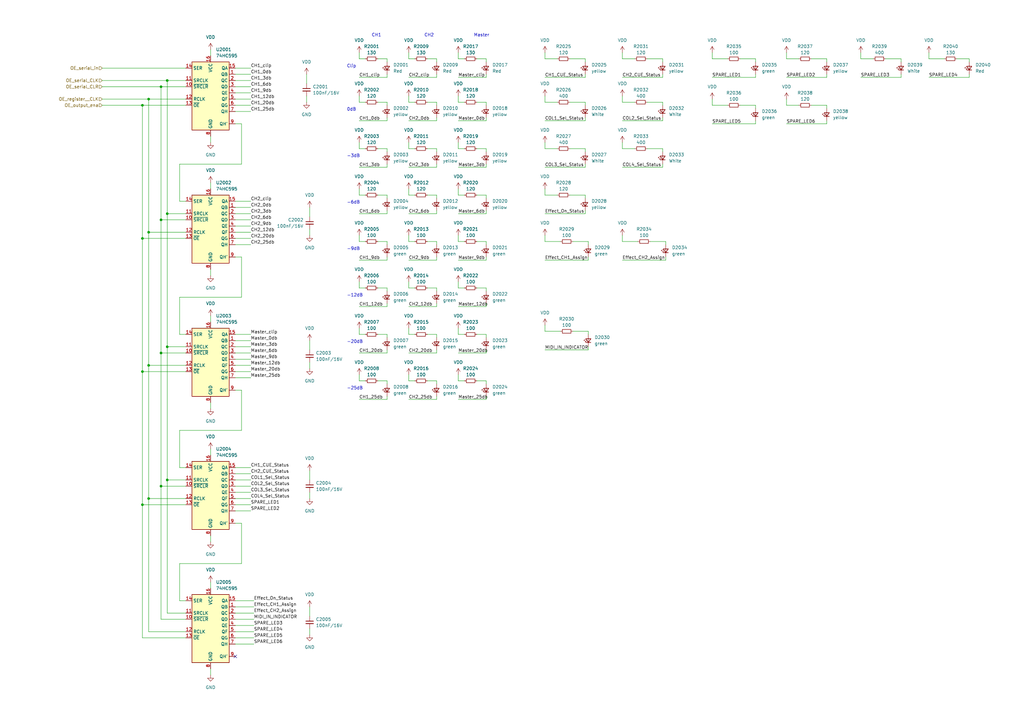
<source format=kicad_sch>
(kicad_sch (version 20230121) (generator eeschema)
  (paper "A3")
  (junction (at 66.04 90.17))
  (junction (at 58.42 43.18))
  (junction (at 68.58 196.85))
  (junction (at 68.58 142.24))
  (junction (at 60.96 149.86))
  (junction (at 58.42 97.79))
  (junction (at 60.96 204.47))
  (junction (at 66.04 35.56))
  (junction (at 68.58 33.02))
  (junction (at 68.58 87.63))
  (junction (at 60.96 40.64))
  (junction (at 60.96 95.25))
  (junction (at 66.04 144.78))
  (junction (at 66.04 199.39))
  (junction (at 58.42 207.01))
  (junction (at 58.42 152.4))
  (no_connect (at 96.52 269.24))
  (wire (pts (xy 96.52 149.86) (xy 102.87 149.86)))
  (wire (pts (xy 76.2 251.46) (xy 68.58 251.46)))
  (wire (pts (xy 309.88 43.18) (xy 303.53 43.18)))
  (wire (pts (xy 179.07 24.13) (xy 175.26 24.13)))
  (wire (pts (xy 292.1 40.64) (xy 292.1 43.18)))
  (wire (pts (xy 96.52 144.78) (xy 102.87 144.78)))
  (wire (pts (xy 96.52 209.55) (xy 102.87 209.55)))
  (wire (pts (xy 96.52 92.71) (xy 102.87 92.71)))
  (wire (pts (xy 187.96 106.68) (xy 199.39 106.68)))
  (wire (pts (xy 179.07 67.31) (xy 179.07 68.58)))
  (wire (pts (xy 96.52 194.31) (xy 102.87 194.31)))
  (wire (pts (xy 158.75 138.43) (xy 158.75 137.16)))
  (wire (pts (xy 223.52 60.96) (xy 228.6 60.96)))
  (wire (pts (xy 96.52 33.02) (xy 102.87 33.02)))
  (wire (pts (xy 68.58 87.63) (xy 68.58 33.02)))
  (wire (pts (xy 199.39 118.11) (xy 195.58 118.11)))
  (wire (pts (xy 240.03 60.96) (xy 233.68 60.96)))
  (wire (pts (xy 240.03 80.01) (xy 240.03 81.28)))
  (wire (pts (xy 170.18 99.06) (xy 167.64 99.06)))
  (wire (pts (xy 397.51 25.4) (xy 397.51 24.13)))
  (wire (pts (xy 86.36 20.32) (xy 86.36 22.86)))
  (wire (pts (xy 199.39 80.01) (xy 195.58 80.01)))
  (wire (pts (xy 199.39 62.23) (xy 199.39 60.96)))
  (wire (pts (xy 41.91 33.02) (xy 68.58 33.02)))
  (wire (pts (xy 170.18 156.21) (xy 167.64 156.21)))
  (wire (pts (xy 187.96 77.47) (xy 187.96 80.01)))
  (wire (pts (xy 76.2 90.17) (xy 66.04 90.17)))
  (wire (pts (xy 158.75 81.28) (xy 158.75 80.01)))
  (wire (pts (xy 199.39 24.13) (xy 195.58 24.13)))
  (wire (pts (xy 158.75 157.48) (xy 158.75 156.21)))
  (wire (pts (xy 223.52 68.58) (xy 240.03 68.58)))
  (wire (pts (xy 223.52 49.53) (xy 240.03 49.53)))
  (wire (pts (xy 66.04 90.17) (xy 66.04 35.56)))
  (wire (pts (xy 179.07 99.06) (xy 175.26 99.06)))
  (wire (pts (xy 147.32 49.53) (xy 158.75 49.53)))
  (wire (pts (xy 187.96 31.75) (xy 199.39 31.75)))
  (wire (pts (xy 240.03 48.26) (xy 240.03 49.53)))
  (wire (pts (xy 96.52 97.79) (xy 102.87 97.79)))
  (wire (pts (xy 76.2 204.47) (xy 60.96 204.47)))
  (wire (pts (xy 158.75 143.51) (xy 158.75 144.78)))
  (wire (pts (xy 99.06 231.14) (xy 73.66 231.14)))
  (wire (pts (xy 58.42 207.01) (xy 58.42 152.4)))
  (wire (pts (xy 187.96 68.58) (xy 199.39 68.58)))
  (wire (pts (xy 73.66 137.16) (xy 76.2 137.16)))
  (wire (pts (xy 339.09 43.18) (xy 332.74 43.18)))
  (wire (pts (xy 167.64 58.42) (xy 167.64 60.96)))
  (wire (pts (xy 223.52 24.13) (xy 228.6 24.13)))
  (wire (pts (xy 147.32 68.58) (xy 158.75 68.58)))
  (wire (pts (xy 167.64 144.78) (xy 179.07 144.78)))
  (wire (pts (xy 179.07 105.41) (xy 179.07 106.68)))
  (wire (pts (xy 158.75 62.23) (xy 158.75 60.96)))
  (wire (pts (xy 298.45 24.13) (xy 292.1 24.13)))
  (wire (pts (xy 199.39 137.16) (xy 195.58 137.16)))
  (wire (pts (xy 167.64 49.53) (xy 179.07 49.53)))
  (wire (pts (xy 158.75 162.56) (xy 158.75 163.83)))
  (wire (pts (xy 167.64 115.57) (xy 167.64 118.11)))
  (wire (pts (xy 309.88 30.48) (xy 309.88 31.75)))
  (wire (pts (xy 322.58 50.8) (xy 339.09 50.8)))
  (wire (pts (xy 99.06 50.8) (xy 99.06 67.31)))
  (wire (pts (xy 271.78 24.13) (xy 271.78 25.4)))
  (wire (pts (xy 322.58 24.13) (xy 327.66 24.13)))
  (wire (pts (xy 167.64 153.67) (xy 167.64 156.21)))
  (wire (pts (xy 309.88 49.53) (xy 309.88 50.8)))
  (wire (pts (xy 223.52 80.01) (xy 228.6 80.01)))
  (wire (pts (xy 41.91 35.56) (xy 66.04 35.56)))
  (wire (pts (xy 158.75 119.38) (xy 158.75 118.11)))
  (wire (pts (xy 96.52 160.02) (xy 99.06 160.02)))
  (wire (pts (xy 158.75 43.18) (xy 158.75 41.91)))
  (wire (pts (xy 199.39 99.06) (xy 195.58 99.06)))
  (wire (pts (xy 76.2 97.79) (xy 58.42 97.79)))
  (wire (pts (xy 353.06 24.13) (xy 358.14 24.13)))
  (wire (pts (xy 147.32 134.62) (xy 147.32 137.16)))
  (wire (pts (xy 199.39 80.01) (xy 199.39 81.28)))
  (wire (pts (xy 240.03 67.31) (xy 240.03 68.58)))
  (wire (pts (xy 199.39 41.91) (xy 199.39 43.18)))
  (wire (pts (xy 199.39 143.51) (xy 199.39 144.78)))
  (wire (pts (xy 147.32 153.67) (xy 147.32 156.21)))
  (wire (pts (xy 240.03 24.13) (xy 233.68 24.13)))
  (wire (pts (xy 187.96 39.37) (xy 187.96 41.91)))
  (wire (pts (xy 96.52 45.72) (xy 102.87 45.72)))
  (wire (pts (xy 86.36 222.25) (xy 86.36 219.71)))
  (wire (pts (xy 158.75 156.21) (xy 154.94 156.21)))
  (wire (pts (xy 223.52 133.35) (xy 223.52 135.89)))
  (wire (pts (xy 167.64 163.83) (xy 179.07 163.83)))
  (wire (pts (xy 199.39 162.56) (xy 199.39 163.83)))
  (wire (pts (xy 99.06 214.63) (xy 99.06 231.14)))
  (wire (pts (xy 158.75 60.96) (xy 154.94 60.96)))
  (wire (pts (xy 76.2 149.86) (xy 60.96 149.86)))
  (wire (pts (xy 179.07 143.51) (xy 179.07 144.78)))
  (wire (pts (xy 190.5 118.11) (xy 187.96 118.11)))
  (wire (pts (xy 167.64 87.63) (xy 179.07 87.63)))
  (wire (pts (xy 127 151.13) (xy 127 148.59)))
  (wire (pts (xy 41.91 40.64) (xy 60.96 40.64)))
  (wire (pts (xy 187.96 58.42) (xy 187.96 60.96)))
  (wire (pts (xy 223.52 21.59) (xy 223.52 24.13)))
  (wire (pts (xy 86.36 113.03) (xy 86.36 110.49)))
  (wire (pts (xy 167.64 21.59) (xy 167.64 24.13)))
  (wire (pts (xy 58.42 152.4) (xy 58.42 97.79)))
  (wire (pts (xy 96.52 256.54) (xy 104.14 256.54)))
  (wire (pts (xy 96.52 259.08) (xy 104.14 259.08)))
  (wire (pts (xy 353.06 31.75) (xy 369.57 31.75)))
  (wire (pts (xy 96.52 90.17) (xy 102.87 90.17)))
  (wire (pts (xy 96.52 154.94) (xy 102.87 154.94)))
  (wire (pts (xy 387.35 24.13) (xy 381 24.13)))
  (wire (pts (xy 255.27 106.68) (xy 273.05 106.68)))
  (wire (pts (xy 86.36 74.93) (xy 86.36 77.47)))
  (wire (pts (xy 261.62 99.06) (xy 255.27 99.06)))
  (wire (pts (xy 255.27 96.52) (xy 255.27 99.06)))
  (wire (pts (xy 190.5 60.96) (xy 187.96 60.96)))
  (wire (pts (xy 199.39 156.21) (xy 195.58 156.21)))
  (wire (pts (xy 76.2 254) (xy 66.04 254)))
  (wire (pts (xy 99.06 176.53) (xy 73.66 176.53)))
  (wire (pts (xy 158.75 25.4) (xy 158.75 24.13)))
  (wire (pts (xy 125.73 30.48) (xy 125.73 34.29)))
  (wire (pts (xy 190.5 80.01) (xy 187.96 80.01)))
  (wire (pts (xy 255.27 39.37) (xy 255.27 41.91)))
  (wire (pts (xy 127 139.7) (xy 127 143.51)))
  (wire (pts (xy 158.75 48.26) (xy 158.75 49.53)))
  (wire (pts (xy 96.52 30.48) (xy 102.87 30.48)))
  (wire (pts (xy 199.39 25.4) (xy 199.39 24.13)))
  (wire (pts (xy 223.52 106.68) (xy 241.3 106.68)))
  (wire (pts (xy 271.78 48.26) (xy 271.78 49.53)))
  (wire (pts (xy 199.39 157.48) (xy 199.39 156.21)))
  (wire (pts (xy 96.52 100.33) (xy 102.87 100.33)))
  (wire (pts (xy 255.27 41.91) (xy 260.35 41.91)))
  (wire (pts (xy 271.78 24.13) (xy 265.43 24.13)))
  (wire (pts (xy 73.66 82.55) (xy 76.2 82.55)))
  (wire (pts (xy 147.32 115.57) (xy 147.32 118.11)))
  (wire (pts (xy 96.52 261.62) (xy 104.14 261.62)))
  (wire (pts (xy 369.57 30.48) (xy 369.57 31.75)))
  (wire (pts (xy 179.07 41.91) (xy 179.07 43.18)))
  (wire (pts (xy 170.18 80.01) (xy 167.64 80.01)))
  (wire (pts (xy 127 96.52) (xy 127 93.98)))
  (wire (pts (xy 179.07 30.48) (xy 179.07 31.75)))
  (wire (pts (xy 167.64 125.73) (xy 179.07 125.73)))
  (wire (pts (xy 170.18 60.96) (xy 167.64 60.96)))
  (wire (pts (xy 199.39 124.46) (xy 199.39 125.73)))
  (wire (pts (xy 66.04 35.56) (xy 76.2 35.56)))
  (wire (pts (xy 240.03 41.91) (xy 233.68 41.91)))
  (wire (pts (xy 381 21.59) (xy 381 24.13)))
  (wire (pts (xy 187.96 87.63) (xy 199.39 87.63)))
  (wire (pts (xy 76.2 259.08) (xy 60.96 259.08)))
  (wire (pts (xy 273.05 99.06) (xy 266.7 99.06)))
  (wire (pts (xy 147.32 58.42) (xy 147.32 60.96)))
  (wire (pts (xy 170.18 24.13) (xy 167.64 24.13)))
  (wire (pts (xy 58.42 43.18) (xy 76.2 43.18)))
  (wire (pts (xy 273.05 100.33) (xy 273.05 99.06)))
  (wire (pts (xy 147.32 31.75) (xy 158.75 31.75)))
  (wire (pts (xy 167.64 39.37) (xy 167.64 41.91)))
  (wire (pts (xy 292.1 50.8) (xy 309.88 50.8)))
  (wire (pts (xy 369.57 24.13) (xy 369.57 25.4)))
  (wire (pts (xy 255.27 24.13) (xy 260.35 24.13)))
  (wire (pts (xy 96.52 85.09) (xy 102.87 85.09)))
  (wire (pts (xy 60.96 204.47) (xy 60.96 149.86)))
  (wire (pts (xy 179.07 157.48) (xy 179.07 156.21)))
  (wire (pts (xy 223.52 143.51) (xy 241.3 143.51)))
  (wire (pts (xy 339.09 30.48) (xy 339.09 31.75)))
  (wire (pts (xy 167.64 96.52) (xy 167.64 99.06)))
  (wire (pts (xy 86.36 167.64) (xy 86.36 165.1)))
  (wire (pts (xy 158.75 118.11) (xy 154.94 118.11)))
  (wire (pts (xy 68.58 196.85) (xy 68.58 142.24)))
  (wire (pts (xy 199.39 30.48) (xy 199.39 31.75)))
  (wire (pts (xy 199.39 138.43) (xy 199.39 137.16)))
  (wire (pts (xy 147.32 163.83) (xy 158.75 163.83)))
  (wire (pts (xy 147.32 39.37) (xy 147.32 41.91)))
  (wire (pts (xy 179.07 86.36) (xy 179.07 87.63)))
  (wire (pts (xy 322.58 21.59) (xy 322.58 24.13)))
  (wire (pts (xy 149.86 24.13) (xy 147.32 24.13)))
  (wire (pts (xy 271.78 60.96) (xy 271.78 62.23)))
  (wire (pts (xy 309.88 44.45) (xy 309.88 43.18)))
  (wire (pts (xy 179.07 137.16) (xy 175.26 137.16)))
  (wire (pts (xy 41.91 43.18) (xy 58.42 43.18)))
  (wire (pts (xy 76.2 87.63) (xy 68.58 87.63)))
  (wire (pts (xy 339.09 43.18) (xy 339.09 44.45)))
  (wire (pts (xy 241.3 137.16) (xy 241.3 135.89)))
  (wire (pts (xy 96.52 248.92) (xy 104.14 248.92)))
  (wire (pts (xy 187.96 96.52) (xy 187.96 99.06)))
  (wire (pts (xy 271.78 30.48) (xy 271.78 31.75)))
  (wire (pts (xy 223.52 96.52) (xy 223.52 99.06)))
  (wire (pts (xy 167.64 134.62) (xy 167.64 137.16)))
  (wire (pts (xy 60.96 259.08) (xy 60.96 204.47)))
  (wire (pts (xy 66.04 254) (xy 66.04 199.39)))
  (wire (pts (xy 149.86 156.21) (xy 147.32 156.21)))
  (wire (pts (xy 158.75 105.41) (xy 158.75 106.68)))
  (wire (pts (xy 187.96 115.57) (xy 187.96 118.11)))
  (wire (pts (xy 99.06 105.41) (xy 99.06 121.92)))
  (wire (pts (xy 96.52 147.32) (xy 102.87 147.32)))
  (wire (pts (xy 158.75 80.01) (xy 154.94 80.01)))
  (wire (pts (xy 147.32 77.47) (xy 147.32 80.01)))
  (wire (pts (xy 322.58 31.75) (xy 339.09 31.75)))
  (wire (pts (xy 199.39 48.26) (xy 199.39 49.53)))
  (wire (pts (xy 241.3 142.24) (xy 241.3 143.51)))
  (wire (pts (xy 96.52 254) (xy 104.14 254)))
  (wire (pts (xy 271.78 67.31) (xy 271.78 68.58)))
  (wire (pts (xy 179.07 100.33) (xy 179.07 99.06)))
  (wire (pts (xy 96.52 139.7) (xy 102.87 139.7)))
  (wire (pts (xy 271.78 60.96) (xy 265.43 60.96)))
  (wire (pts (xy 96.52 87.63) (xy 102.87 87.63)))
  (wire (pts (xy 179.07 138.43) (xy 179.07 137.16)))
  (wire (pts (xy 240.03 60.96) (xy 240.03 62.23)))
  (wire (pts (xy 199.39 41.91) (xy 195.58 41.91)))
  (wire (pts (xy 195.58 60.96) (xy 199.39 60.96)))
  (wire (pts (xy 179.07 124.46) (xy 179.07 125.73)))
  (wire (pts (xy 147.32 87.63) (xy 158.75 87.63)))
  (wire (pts (xy 86.36 238.76) (xy 86.36 241.3)))
  (wire (pts (xy 187.96 144.78) (xy 199.39 144.78)))
  (wire (pts (xy 179.07 80.01) (xy 179.07 81.28)))
  (wire (pts (xy 158.75 41.91) (xy 154.94 41.91)))
  (wire (pts (xy 96.52 43.18) (xy 102.87 43.18)))
  (wire (pts (xy 187.96 49.53) (xy 199.39 49.53)))
  (wire (pts (xy 223.52 41.91) (xy 228.6 41.91)))
  (wire (pts (xy 179.07 60.96) (xy 175.26 60.96)))
  (wire (pts (xy 76.2 207.01) (xy 58.42 207.01)))
  (wire (pts (xy 179.07 41.91) (xy 175.26 41.91)))
  (wire (pts (xy 96.52 204.47) (xy 102.87 204.47)))
  (wire (pts (xy 255.27 58.42) (xy 255.27 60.96)))
  (wire (pts (xy 292.1 31.75) (xy 309.88 31.75)))
  (wire (pts (xy 241.3 99.06) (xy 234.95 99.06)))
  (wire (pts (xy 339.09 24.13) (xy 332.74 24.13)))
  (wire (pts (xy 187.96 153.67) (xy 187.96 156.21)))
  (wire (pts (xy 190.5 156.21) (xy 187.96 156.21)))
  (wire (pts (xy 147.32 144.78) (xy 158.75 144.78)))
  (wire (pts (xy 149.86 99.06) (xy 147.32 99.06)))
  (wire (pts (xy 158.75 86.36) (xy 158.75 87.63)))
  (wire (pts (xy 255.27 49.53) (xy 271.78 49.53)))
  (wire (pts (xy 273.05 105.41) (xy 273.05 106.68)))
  (wire (pts (xy 158.75 124.46) (xy 158.75 125.73)))
  (wire (pts (xy 309.88 25.4) (xy 309.88 24.13)))
  (wire (pts (xy 229.87 99.06) (xy 223.52 99.06)))
  (wire (pts (xy 199.39 100.33) (xy 199.39 99.06)))
  (wire (pts (xy 96.52 105.41) (xy 99.06 105.41)))
  (wire (pts (xy 96.52 264.16) (xy 104.14 264.16)))
  (wire (pts (xy 223.52 87.63) (xy 240.03 87.63)))
  (wire (pts (xy 397.51 24.13) (xy 392.43 24.13)))
  (wire (pts (xy 96.52 142.24) (xy 102.87 142.24)))
  (wire (pts (xy 190.5 41.91) (xy 187.96 41.91)))
  (wire (pts (xy 147.32 96.52) (xy 147.32 99.06)))
  (wire (pts (xy 41.91 27.94) (xy 76.2 27.94)))
  (wire (pts (xy 158.75 100.33) (xy 158.75 99.06)))
  (wire (pts (xy 255.27 60.96) (xy 260.35 60.96)))
  (wire (pts (xy 96.52 35.56) (xy 102.87 35.56)))
  (wire (pts (xy 187.96 134.62) (xy 187.96 137.16)))
  (wire (pts (xy 339.09 49.53) (xy 339.09 50.8)))
  (wire (pts (xy 76.2 144.78) (xy 66.04 144.78)))
  (wire (pts (xy 86.36 129.54) (xy 86.36 132.08)))
  (wire (pts (xy 240.03 41.91) (xy 240.03 43.18)))
  (wire (pts (xy 76.2 261.62) (xy 58.42 261.62)))
  (wire (pts (xy 96.52 196.85) (xy 102.87 196.85)))
  (wire (pts (xy 187.96 21.59) (xy 187.96 24.13)))
  (wire (pts (xy 158.75 137.16) (xy 154.94 137.16)))
  (wire (pts (xy 255.27 21.59) (xy 255.27 24.13)))
  (wire (pts (xy 66.04 144.78) (xy 66.04 90.17)))
  (wire (pts (xy 179.07 25.4) (xy 179.07 24.13)))
  (wire (pts (xy 60.96 40.64) (xy 76.2 40.64)))
  (wire (pts (xy 223.52 58.42) (xy 223.52 60.96)))
  (wire (pts (xy 158.75 30.48) (xy 158.75 31.75)))
  (wire (pts (xy 68.58 251.46) (xy 68.58 196.85)))
  (wire (pts (xy 179.07 119.38) (xy 179.07 118.11)))
  (wire (pts (xy 68.58 142.24) (xy 68.58 87.63)))
  (wire (pts (xy 68.58 33.02) (xy 76.2 33.02)))
  (wire (pts (xy 127 204.47) (xy 127 201.93)))
  (wire (pts (xy 240.03 80.01) (xy 233.68 80.01)))
  (wire (pts (xy 223.52 31.75) (xy 240.03 31.75)))
  (wire (pts (xy 147.32 21.59) (xy 147.32 24.13)))
  (wire (pts (xy 322.58 40.64) (xy 322.58 43.18)))
  (wire (pts (xy 99.06 160.02) (xy 99.06 176.53)))
  (wire (pts (xy 96.52 246.38) (xy 104.14 246.38)))
  (wire (pts (xy 96.52 95.25) (xy 102.87 95.25)))
  (wire (pts (xy 99.06 67.31) (xy 73.66 67.31)))
  (wire (pts (xy 190.5 24.13) (xy 187.96 24.13)))
  (wire (pts (xy 223.52 39.37) (xy 223.52 41.91)))
  (wire (pts (xy 127 260.35) (xy 127 257.81)))
  (wire (pts (xy 76.2 152.4) (xy 58.42 152.4)))
  (wire (pts (xy 309.88 24.13) (xy 303.53 24.13)))
  (wire (pts (xy 149.86 80.01) (xy 147.32 80.01)))
  (wire (pts (xy 99.06 121.92) (xy 73.66 121.92)))
  (wire (pts (xy 58.42 97.79) (xy 58.42 43.18)))
  (wire (pts (xy 170.18 118.11) (xy 167.64 118.11)))
  (wire (pts (xy 179.07 156.21) (xy 175.26 156.21)))
  (wire (pts (xy 353.06 21.59) (xy 353.06 24.13)))
  (wire (pts (xy 73.66 176.53) (xy 73.66 191.77)))
  (wire (pts (xy 147.32 106.68) (xy 158.75 106.68)))
  (wire (pts (xy 127 248.92) (xy 127 252.73)))
  (wire (pts (xy 179.07 118.11) (xy 175.26 118.11)))
  (wire (pts (xy 96.52 214.63) (xy 99.06 214.63)))
  (wire (pts (xy 241.3 100.33) (xy 241.3 99.06)))
  (wire (pts (xy 86.36 276.86) (xy 86.36 274.32)))
  (wire (pts (xy 229.87 135.89) (xy 223.52 135.89)))
  (wire (pts (xy 223.52 77.47) (xy 223.52 80.01)))
  (wire (pts (xy 76.2 196.85) (xy 68.58 196.85)))
  (wire (pts (xy 339.09 24.13) (xy 339.09 25.4)))
  (wire (pts (xy 175.26 80.01) (xy 179.07 80.01)))
  (wire (pts (xy 60.96 149.86) (xy 60.96 95.25)))
  (wire (pts (xy 125.73 41.91) (xy 125.73 39.37)))
  (wire (pts (xy 158.75 99.06) (xy 154.94 99.06)))
  (wire (pts (xy 96.52 251.46) (xy 104.14 251.46)))
  (wire (pts (xy 96.52 152.4) (xy 102.87 152.4)))
  (wire (pts (xy 149.86 137.16) (xy 147.32 137.16)))
  (wire (pts (xy 199.39 86.36) (xy 199.39 87.63)))
  (wire (pts (xy 96.52 201.93) (xy 102.87 201.93)))
  (wire (pts (xy 240.03 24.13) (xy 240.03 25.4)))
  (wire (pts (xy 322.58 43.18) (xy 327.66 43.18)))
  (wire (pts (xy 179.07 48.26) (xy 179.07 49.53)))
  (wire (pts (xy 179.07 162.56) (xy 179.07 163.83)))
  (wire (pts (xy 73.66 246.38) (xy 76.2 246.38)))
  (wire (pts (xy 149.86 60.96) (xy 147.32 60.96)))
  (wire (pts (xy 381 31.75) (xy 397.51 31.75)))
  (wire (pts (xy 167.64 31.75) (xy 179.07 31.75)))
  (wire (pts (xy 96.52 199.39) (xy 102.87 199.39)))
  (wire (pts (xy 170.18 137.16) (xy 167.64 137.16)))
  (wire (pts (xy 96.52 207.01) (xy 102.87 207.01)))
  (wire (pts (xy 179.07 62.23) (xy 179.07 60.96)))
  (wire (pts (xy 96.52 191.77) (xy 102.87 191.77)))
  (wire (pts (xy 240.03 30.48) (xy 240.03 31.75)))
  (wire (pts (xy 271.78 41.91) (xy 271.78 43.18)))
  (wire (pts (xy 86.36 58.42) (xy 86.36 55.88)))
  (wire (pts (xy 127 85.09) (xy 127 88.9)))
  (wire (pts (xy 96.52 137.16) (xy 102.87 137.16)))
  (wire (pts (xy 167.64 68.58) (xy 179.07 68.58)))
  (wire (pts (xy 190.5 137.16) (xy 187.96 137.16)))
  (wire (pts (xy 96.52 38.1) (xy 102.87 38.1)))
  (wire (pts (xy 86.36 184.15) (xy 86.36 186.69)))
  (wire (pts (xy 187.96 125.73) (xy 199.39 125.73)))
  (wire (pts (xy 255.27 68.58) (xy 271.78 68.58)))
  (wire (pts (xy 271.78 41.91) (xy 265.43 41.91)))
  (wire (pts (xy 187.96 163.83) (xy 199.39 163.83)))
  (wire (pts (xy 199.39 105.41) (xy 199.39 106.68)))
  (wire (pts (xy 369.57 24.13) (xy 363.22 24.13)))
  (wire (pts (xy 149.86 41.91) (xy 147.32 41.91)))
  (wire (pts (xy 60.96 95.25) (xy 60.96 40.64)))
  (wire (pts (xy 170.18 41.91) (xy 167.64 41.91)))
  (wire (pts (xy 76.2 142.24) (xy 68.58 142.24)))
  (wire (pts (xy 58.42 261.62) (xy 58.42 207.01)))
  (wire (pts (xy 241.3 135.89) (xy 234.95 135.89)))
  (wire (pts (xy 397.51 30.48) (xy 397.51 31.75)))
  (wire (pts (xy 167.64 77.47) (xy 167.64 80.01)))
  (wire (pts (xy 96.52 82.55) (xy 102.87 82.55)))
  (wire (pts (xy 76.2 95.25) (xy 60.96 95.25)))
  (wire (pts (xy 298.45 43.18) (xy 292.1 43.18)))
  (wire (pts (xy 199.39 119.38) (xy 199.39 118.11)))
  (wire (pts (xy 73.66 121.92) (xy 73.66 137.16)))
  (wire (pts (xy 292.1 21.59) (xy 292.1 24.13)))
  (wire (pts (xy 241.3 105.41) (xy 241.3 106.68)))
  (wire (pts (xy 96.52 50.8) (xy 99.06 50.8)))
  (wire (pts (xy 190.5 99.06) (xy 187.96 99.06)))
  (wire (pts (xy 73.66 67.31) (xy 73.66 82.55)))
  (wire (pts (xy 66.04 199.39) (xy 66.04 144.78)))
  (wire (pts (xy 147.32 125.73) (xy 158.75 125.73)))
  (wire (pts (xy 96.52 40.64) (xy 102.87 40.64)))
  (wire (pts (xy 76.2 199.39) (xy 66.04 199.39)))
  (wire (pts (xy 96.52 27.94) (xy 102.87 27.94)))
  (wire (pts (xy 127 193.04) (xy 127 196.85)))
  (wire (pts (xy 199.39 67.31) (xy 199.39 68.58)))
  (wire (pts (xy 158.75 67.31) (xy 158.75 68.58)))
  (wire (pts (xy 73.66 191.77) (xy 76.2 191.77)))
  (wire (pts (xy 240.03 86.36) (xy 240.03 87.63)))
  (wire (pts (xy 255.27 31.75) (xy 271.78 31.75)))
  (wire (pts (xy 167.64 106.68) (xy 179.07 106.68)))
  (wire (pts (xy 149.86 118.11) (xy 147.32 118.11)))
  (wire (pts (xy 158.75 24.13) (xy 154.94 24.13)))
  (wire (pts (xy 73.66 231.14) (xy 73.66 246.38)))
  (text "-12dB" (at 142.24 121.92 0) (effects (font (size 1.27 1.27)) (justify left bottom)))
  (text "-6dB" (at 142.24 83.82 0) (effects (font (size 1.27 1.27)) (justify left bottom)))
  (text "-9dB" (at 142.24 102.87 0) (effects (font (size 1.27 1.27)) (justify left bottom)))
  (text "Master" (at 194.31 15.24 0) (effects (font (size 1.27 1.27)) (justify left bottom)))
  (text "0dB" (at 142.24 45.72 0) (effects (font (size 1.27 1.27)) (justify left bottom)))
  (text "-20dB" (at 142.24 140.97 0) (effects (font (size 1.27 1.27)) (justify left bottom)))
  (text "-3dB" (at 142.24 64.77 0) (effects (font (size 1.27 1.27)) (justify left bottom)))
  (text "CH1" (at 152.4 15.24 0) (effects (font (size 1.27 1.27)) (justify left bottom)))
  (text "-25dB" (at 142.24 160.02 0) (effects (font (size 1.27 1.27)) (justify left bottom)))
  (text "Clip" (at 142.24 27.94 0) (effects (font (size 1.27 1.27)) (justify left bottom)))
  (text "CH2" (at 173.99 15.24 0) (effects (font (size 1.27 1.27)) (justify left bottom)))
  (label "Master_3db" (at 187.96 68.58 0))
  (label "Master_6db" (at 102.87 144.78 0))
  (label "MIDI_IN_INDICATOR" (at 223.52 143.51 0))
  (label "CH2_9db" (at 167.64 106.68 0))
  (label "COL1_Sel_Status" (at 223.52 49.53 0))
  (label "SPARE_LED4" (at 104.14 259.08 0))
  (label "CH1_6db" (at 102.87 35.56 0))
  (label "Effect_On_Status" (at 104.14 246.38 0))
  (label "COL1_Sel_Status" (at 102.87 196.85 0))
  (label "Effect_CH2_Assign" (at 255.27 106.68 0))
  (label "Effect_CH1_Assign" (at 104.14 248.92 0))
  (label "SPARE_LED1" (at 292.1 31.75 0))
  (label "COL4_Sel_Status" (at 102.87 204.47 0))
  (label "CH2_25db" (at 167.64 163.83 0))
  (label "Effect_On_Status" (at 223.52 87.63 0))
  (label "SPARE_LED2" (at 322.58 31.75 0))
  (label "SPARE_LED5" (at 292.1 50.8 0))
  (label "CH2_3db" (at 102.87 87.63 0))
  (label "CH1_0db" (at 102.87 30.48 0))
  (label "Master_25db" (at 102.87 154.94 0))
  (label "SPARE_LED5" (at 104.14 261.62 0))
  (label "CH2_0db" (at 167.64 49.53 0))
  (label "SPARE_LED6" (at 104.14 264.16 0))
  (label "Effect_CH2_Assign" (at 104.14 251.46 0))
  (label "CH1_CUE_Status" (at 223.52 31.75 0))
  (label "CH1_clip" (at 102.87 27.94 0))
  (label "CH1_25db" (at 102.87 45.72 0))
  (label "CH1_12db" (at 102.87 40.64 0))
  (label "CH2_20db" (at 167.64 144.78 0))
  (label "CH2_9db" (at 102.87 92.71 0))
  (label "CH2_6db" (at 102.87 90.17 0))
  (label "CH1_3db" (at 102.87 33.02 0))
  (label "Effect_CH1_Assign" (at 223.52 106.68 0))
  (label "CH2_CUE_Status" (at 255.27 31.75 0))
  (label "Master_clip" (at 102.87 137.16 0))
  (label "CH1_25db" (at 147.32 163.83 0))
  (label "CH1_9db" (at 102.87 38.1 0))
  (label "Master_9db" (at 187.96 106.68 0))
  (label "COL2_Sel_Status" (at 255.27 49.53 0))
  (label "CH2_clip" (at 102.87 82.55 0))
  (label "MIDI_IN_INDICATOR" (at 104.14 254 0))
  (label "CH1_clip" (at 147.32 31.75 0))
  (label "Master_3db" (at 102.87 142.24 0))
  (label "CH2_20db" (at 102.87 97.79 0))
  (label "Master_0db" (at 102.87 139.7 0))
  (label "Master_clip" (at 187.96 31.75 0))
  (label "SPARE_LED1" (at 102.87 207.01 0))
  (label "CH2_0db" (at 102.87 85.09 0))
  (label "SPARE_LED3" (at 353.06 31.75 0))
  (label "SPARE_LED2" (at 102.87 209.55 0))
  (label "Master_0db" (at 187.96 49.53 0))
  (label "CH2_clip" (at 167.64 31.75 0))
  (label "CH1_9db" (at 147.32 106.68 0))
  (label "Master_6db" (at 187.96 87.63 0))
  (label "Master_9db" (at 102.87 147.32 0))
  (label "CH1_3db" (at 147.32 68.58 0))
  (label "SPARE_LED3" (at 104.14 256.54 0))
  (label "Master_12db" (at 102.87 149.86 0))
  (label "CH2_12db" (at 167.64 125.73 0))
  (label "Master_12db" (at 187.96 125.73 0))
  (label "CH2_6db" (at 167.64 87.63 0))
  (label "CH1_0db" (at 147.32 49.53 0))
  (label "CH2_12db" (at 102.87 95.25 0))
  (label "COL3_Sel_Status" (at 223.52 68.58 0))
  (label "CH1_12db" (at 147.32 125.73 0))
  (label "Master_20db" (at 187.96 144.78 0))
  (label "CH2_CUE_Status" (at 102.87 194.31 0))
  (label "CH1_6db" (at 147.32 87.63 0))
  (label "Master_25db" (at 187.96 163.83 0))
  (label "COL2_Sel_Status" (at 102.87 199.39 0))
  (label "CH1_20db" (at 102.87 43.18 0))
  (label "COL3_Sel_Status" (at 102.87 201.93 0))
  (label "CH1_CUE_Status" (at 102.87 191.77 0))
  (label "SPARE_LED6" (at 322.58 50.8 0))
  (label "CH1_20db" (at 147.32 144.78 0))
  (label "SPARE_LED4" (at 381 31.75 0))
  (label "COL4_Sel_Status" (at 255.27 68.58 0))
  (label "CH2_3db" (at 167.64 68.58 0))
  (label "CH2_25db" (at 102.87 100.33 0))
  (label "Master_20db" (at 102.87 152.4 0))
  (hierarchical_label "OE_register__CLK" (shape input) (at 41.91 40.64 180))
  (hierarchical_label "OE_serial_CLR" (shape input) (at 41.91 35.56 180))
  (hierarchical_label "OE_serial_in" (shape input) (at 41.91 27.94 180))
  (hierarchical_label "OE_serial_CLK" (shape input) (at 41.91 33.02 180))
  (hierarchical_label "OE_output_ena" (shape input) (at 41.91 43.18 180))
  (symbol (lib_id "Device:R_Small") (at 300.99 43.18 270) (unit 1)
    (property "Reference" "R2036" (at 300.99 38.1 90))
    (property "Value" "100" (at 300.99 40.64 90))
  )
  (symbol (lib_id "power:VDD") (at 127 85.09 0) (unit 1)
    (property "Reference" "#PWR02013" (effects hide))
    (property "Value" "VDD" (at 127 80.01 0))
  )
  (symbol (lib_id "Device:C_Small") (at 127 199.39 0) (mirror y) (unit 1)
    (property "Reference" "C2004" (at 129.54 198.1263 0) (effects (justify right)))
    (property "Value" "100nF/16V" (at 129.54 200.6663 0) (effects (justify right)))
    (property "Footprint" "Capacitor_SMD:C_0805_2012Metric" (effects hide))
    (property "LCSC" "C218638" (effects hide))
  )
  (symbol (lib_id "Device:R_Small") (at 152.4 41.91 270) (unit 1)
    (property "Reference" "R2002" (at 152.4 36.83 90))
    (property "Value" "120" (at 152.4 39.37 90))
  )
  (symbol (lib_id "power:VDD") (at 147.32 96.52 0) (unit 1)
    (property "Reference" "#PWR02025" (effects hide))
    (property "Value" "VDD" (at 147.32 91.44 0))
  )
  (symbol (lib_id "Device:R_Small") (at 152.4 80.01 270) (unit 1)
    (property "Reference" "R2004" (at 152.4 74.93 90))
    (property "Value" "120" (at 152.4 77.47 90))
  )
  (symbol (lib_id "power:VDD") (at 223.52 39.37 0) (unit 1)
    (property "Reference" "#PWR02046" (effects hide))
    (property "Value" "VDD" (at 223.52 34.29 0))
  )
  (symbol (lib_id "Device:LED_Small") (at 271.78 64.77 90) (unit 1)
    (property "Reference" "D2033" (at 274.32 63.4365 90) (effects (justify right)))
    (property "Value" "White" (at 274.32 65.9765 90) (effects (justify right)))
  )
  (symbol (lib_id "power:VDD") (at 167.64 96.52 0) (unit 1)
    (property "Reference" "#PWR02033" (effects hide))
    (property "Value" "VDD" (at 167.64 91.44 0))
  )
  (symbol (lib_id "power:GND") (at 86.36 276.86 0) (unit 1)
    (property "Reference" "#PWR02010" (effects hide))
    (property "Value" "GND" (at 86.36 281.94 0))
  )
  (symbol (lib_id "Device:LED_Small") (at 369.57 27.94 90) (unit 1)
    (property "Reference" "D2039" (at 372.11 26.6065 90) (effects (justify right)))
    (property "Value" "White" (at 372.11 29.1465 90) (effects (justify right)))
  )
  (symbol (lib_id "Device:R_Small") (at 172.72 137.16 270) (unit 1)
    (property "Reference" "R2015" (at 172.72 132.08 90))
    (property "Value" "100" (at 172.72 134.62 90))
  )
  (symbol (lib_id "Device:LED_Small") (at 158.75 102.87 90) (unit 1)
    (property "Reference" "D2005" (at 161.29 101.5365 90) (effects (justify right)))
    (property "Value" "green" (at 161.29 104.0765 90) (effects (justify right)))
  )
  (symbol (lib_id "Device:R_Small") (at 172.72 118.11 270) (unit 1)
    (property "Reference" "R2014" (at 172.72 113.03 90))
    (property "Value" "100" (at 172.72 115.57 90))
  )
  (symbol (lib_id "power:VDD") (at 127 139.7 0) (mirror y) (unit 1)
    (property "Reference" "#PWR02015" (effects hide))
    (property "Value" "VDD" (at 127 134.62 0))
  )
  (symbol (lib_id "Device:LED_Small") (at 158.75 45.72 90) (unit 1)
    (property "Reference" "D2002" (at 161.29 44.3865 90) (effects (justify right)))
    (property "Value" "yellow" (at 161.29 46.9265 90) (effects (justify right)))
  )
  (symbol (lib_id "Device:C_Small") (at 127 91.44 0) (unit 1)
    (property "Reference" "C2002" (at 124.46 90.1763 0) (effects (justify right)))
    (property "Value" "100nF/16V" (at 124.46 92.7163 0) (effects (justify right)))
    (property "Footprint" "Capacitor_SMD:C_0805_2012Metric" (effects hide))
    (property "LCSC" "C218638" (effects hide))
  )
  (symbol (lib_id "Device:LED_Small") (at 158.75 64.77 90) (unit 1)
    (property "Reference" "D2003" (at 161.29 63.4365 90) (effects (justify right)))
    (property "Value" "yellow" (at 161.29 65.9765 90) (effects (justify right)))
  )
  (symbol (lib_id "Device:LED_Small") (at 199.39 121.92 90) (unit 1)
    (property "Reference" "D2022" (at 201.93 120.5865 90) (effects (justify right)))
    (property "Value" "green" (at 201.93 123.1265 90) (effects (justify right)))
  )
  (symbol (lib_id "Device:R_Small") (at 193.04 60.96 270) (unit 1)
    (property "Reference" "R2019" (at 193.04 55.88 90))
    (property "Value" "120" (at 193.04 58.42 90))
  )
  (symbol (lib_id "power:VDD") (at 86.36 238.76 0) (unit 1)
    (property "Reference" "#PWR02009" (effects hide))
    (property "Value" "VDD" (at 86.36 233.68 0))
  )
  (symbol (lib_id "Device:R_Small") (at 231.14 41.91 270) (unit 1)
    (property "Reference" "R2026" (at 231.14 36.83 90))
    (property "Value" "400" (at 231.14 39.37 90))
  )
  (symbol (lib_id "Device:R_Small") (at 262.89 24.13 270) (unit 1)
    (property "Reference" "R2031" (at 262.89 19.05 90))
    (property "Value" "120" (at 262.89 21.59 90))
  )
  (symbol (lib_id "Device:LED_Small") (at 158.75 140.97 90) (unit 1)
    (property "Reference" "D2007" (at 161.29 139.6365 90) (effects (justify right)))
    (property "Value" "green" (at 161.29 142.1765 90) (effects (justify right)))
  )
  (symbol (lib_id "power:VDD") (at 187.96 96.52 0) (unit 1)
    (property "Reference" "#PWR02041" (effects hide))
    (property "Value" "VDD" (at 187.96 91.44 0))
  )
  (symbol (lib_id "Device:R_Small") (at 152.4 137.16 270) (unit 1)
    (property "Reference" "R2007" (at 152.4 132.08 90))
    (property "Value" "100" (at 152.4 134.62 90))
  )
  (symbol (lib_id "Device:LED_Small") (at 199.39 160.02 90) (unit 1)
    (property "Reference" "D2024" (at 201.93 158.6865 90) (effects (justify right)))
    (property "Value" "green" (at 201.93 161.2265 90) (effects (justify right)))
  )
  (symbol (lib_id "Device:LED_Small") (at 179.07 121.92 90) (unit 1)
    (property "Reference" "D2014" (at 181.61 120.5865 90) (effects (justify right)))
    (property "Value" "green" (at 181.61 123.1265 90) (effects (justify right)))
  )
  (symbol (lib_id "Device:R_Small") (at 389.89 24.13 270) (unit 1)
    (property "Reference" "R2040" (at 389.89 19.05 90))
    (property "Value" "130" (at 389.89 21.59 90))
  )
  (symbol (lib_id "Device:R_Small") (at 231.14 60.96 270) (unit 1)
    (property "Reference" "R2027" (at 231.14 55.88 90))
    (property "Value" "400" (at 231.14 58.42 90))
  )
  (symbol (lib_id "power:GND") (at 127 96.52 0) (unit 1)
    (property "Reference" "#PWR02014" (effects hide))
    (property "Value" "GND" (at 127 101.6 0))
  )
  (symbol (lib_id "Device:LED_Small") (at 273.05 102.87 90) (unit 1)
    (property "Reference" "D2034" (at 275.59 101.5365 90) (effects (justify right)))
    (property "Value" "green" (at 275.59 104.0765 90) (effects (justify right)))
  )
  (symbol (lib_id "power:GND") (at 125.73 41.91 0) (mirror y) (unit 1)
    (property "Reference" "#PWR02012" (effects hide))
    (property "Value" "GND" (at 125.73 46.99 0))
  )
  (symbol (lib_id "power:VDD") (at 86.36 74.93 0) (unit 1)
    (property "Reference" "#PWR02003" (effects hide))
    (property "Value" "VDD" (at 86.36 69.85 0))
  )
  (symbol (lib_id "74xx:74HC595") (at 86.36 92.71 0) (unit 1)
    (property "Reference" "U2002" (at 88.5541 74.93 0) (effects (justify left)))
    (property "Value" "74HC595" (at 88.5541 77.47 0) (effects (justify left)))
    (property "Datasheet" "http://www.ti.com/lit/ds/symlink/sn74hc595.pdf" (effects hide))
  )
  (symbol (lib_id "power:VDD") (at 187.96 58.42 0) (unit 1)
    (property "Reference" "#PWR02039" (effects hide))
    (property "Value" "VDD" (at 187.96 53.34 0))
  )
  (symbol (lib_id "power:VDD") (at 167.64 77.47 0) (unit 1)
    (property "Reference" "#PWR02032" (effects hide))
    (property "Value" "VDD" (at 167.64 72.39 0))
  )
  (symbol (lib_id "power:VDD") (at 187.96 21.59 0) (unit 1)
    (property "Reference" "#PWR02037" (effects hide))
    (property "Value" "VDD" (at 187.96 16.51 0))
  )
  (symbol (lib_id "Device:R_Small") (at 262.89 41.91 270) (unit 1)
    (property "Reference" "R2032" (at 262.89 36.83 90))
    (property "Value" "400" (at 262.89 39.37 90))
  )
  (symbol (lib_id "power:VDD") (at 187.96 39.37 0) (unit 1)
    (property "Reference" "#PWR02038" (effects hide))
    (property "Value" "VDD" (at 187.96 34.29 0))
  )
  (symbol (lib_id "power:VDD") (at 223.52 21.59 0) (unit 1)
    (property "Reference" "#PWR02045" (effects hide))
    (property "Value" "VDD" (at 223.52 16.51 0))
  )
  (symbol (lib_id "power:VDD") (at 223.52 96.52 0) (unit 1)
    (property "Reference" "#PWR02049" (effects hide))
    (property "Value" "VDD" (at 223.52 91.44 0))
  )
  (symbol (lib_id "Device:LED_Small") (at 397.51 27.94 90) (unit 1)
    (property "Reference" "D2040" (at 400.05 26.6065 90) (effects (justify right)))
    (property "Value" "Red" (at 400.05 29.1465 90) (effects (justify right)))
  )
  (symbol (lib_id "power:VDD") (at 381 21.59 0) (unit 1)
    (property "Reference" "#PWR02060" (effects hide))
    (property "Value" "VDD" (at 381 16.51 0))
  )
  (symbol (lib_id "power:VDD") (at 125.73 30.48 0) (mirror y) (unit 1)
    (property "Reference" "#PWR02011" (effects hide))
    (property "Value" "VDD" (at 125.73 25.4 0))
  )
  (symbol (lib_id "power:GND") (at 127 204.47 0) (mirror y) (unit 1)
    (property "Reference" "#PWR02018" (effects hide))
    (property "Value" "GND" (at 127 209.55 0))
  )
  (symbol (lib_id "Device:R_Small") (at 330.2 43.18 270) (unit 1)
    (property "Reference" "R2038" (at 330.2 38.1 90))
    (property "Value" "120" (at 330.2 40.64 90))
  )
  (symbol (lib_id "Device:LED_Small") (at 309.88 27.94 90) (unit 1)
    (property "Reference" "D2035" (at 312.42 26.6065 90) (effects (justify right)))
    (property "Value" "green" (at 312.42 29.1465 90) (effects (justify right)))
  )
  (symbol (lib_id "Device:C_Small") (at 127 255.27 0) (mirror y) (unit 1)
    (property "Reference" "C2005" (at 129.54 254.0063 0) (effects (justify right)))
    (property "Value" "100nF/16V" (at 129.54 256.5463 0) (effects (justify right)))
    (property "Footprint" "Capacitor_SMD:C_0805_2012Metric" (effects hide))
    (property "LCSC" "C218638" (effects hide))
  )
  (symbol (lib_id "power:VDD") (at 147.32 21.59 0) (unit 1)
    (property "Reference" "#PWR02021" (effects hide))
    (property "Value" "VDD" (at 147.32 16.51 0))
  )
  (symbol (lib_id "power:VDD") (at 255.27 21.59 0) (unit 1)
    (property "Reference" "#PWR02051" (effects hide))
    (property "Value" "VDD" (at 255.27 16.51 0))
  )
  (symbol (lib_id "Device:R_Small") (at 264.16 99.06 270) (unit 1)
    (property "Reference" "R2034" (at 264.16 93.98 90))
    (property "Value" "100" (at 264.16 96.52 90))
  )
  (symbol (lib_id "Device:C_Small") (at 127 146.05 0) (mirror y) (unit 1)
    (property "Reference" "C2003" (at 129.54 144.7863 0) (effects (justify right)))
    (property "Value" "100nF/16V" (at 129.54 147.3263 0) (effects (justify right)))
    (property "Footprint" "Capacitor_SMD:C_0805_2012Metric" (effects hide))
    (property "LCSC" "C218638" (effects hide))
  )
  (symbol (lib_id "Device:R_Small") (at 193.04 80.01 270) (unit 1)
    (property "Reference" "R2020" (at 193.04 74.93 90))
    (property "Value" "120" (at 193.04 77.47 90))
  )
  (symbol (lib_id "Device:R_Small") (at 193.04 137.16 270) (unit 1)
    (property "Reference" "R2023" (at 193.04 132.08 90))
    (property "Value" "100" (at 193.04 134.62 90))
  )
  (symbol (lib_id "power:VDD") (at 255.27 58.42 0) (unit 1)
    (property "Reference" "#PWR02053" (effects hide))
    (property "Value" "VDD" (at 255.27 53.34 0))
  )
  (symbol (lib_id "Device:LED_Small") (at 179.07 45.72 90) (unit 1)
    (property "Reference" "D2010" (at 181.61 44.3865 90) (effects (justify right)))
    (property "Value" "yellow" (at 181.61 46.9265 90) (effects (justify right)))
  )
  (symbol (lib_id "power:VDD") (at 187.96 134.62 0) (unit 1)
    (property "Reference" "#PWR02043" (effects hide))
    (property "Value" "VDD" (at 187.96 129.54 0))
  )
  (symbol (lib_id "Device:R_Small") (at 172.72 80.01 270) (unit 1)
    (property "Reference" "R2012" (at 172.72 74.93 90))
    (property "Value" "120" (at 172.72 77.47 90))
  )
  (symbol (lib_id "Device:R_Small") (at 330.2 24.13 270) (unit 1)
    (property "Reference" "R2037" (at 330.2 19.05 90))
    (property "Value" "120" (at 330.2 21.59 90))
  )
  (symbol (lib_id "Device:R_Small") (at 152.4 60.96 270) (unit 1)
    (property "Reference" "R2003" (at 152.4 55.88 90))
    (property "Value" "120" (at 152.4 58.42 90))
  )
  (symbol (lib_id "Device:C_Small") (at 125.73 36.83 0) (mirror y) (unit 1)
    (property "Reference" "C2001" (at 128.27 35.5663 0) (effects (justify right)))
    (property "Value" "100nF/16V" (at 128.27 38.1063 0) (effects (justify right)))
    (property "Footprint" "Capacitor_SMD:C_0805_2012Metric" (effects hide))
    (property "LCSC" "C218638" (effects hide))
  )
  (symbol (lib_id "power:VDD") (at 322.58 21.59 0) (unit 1)
    (property "Reference" "#PWR02057" (effects hide))
    (property "Value" "VDD" (at 322.58 16.51 0))
  )
  (symbol (lib_id "power:VDD") (at 187.96 77.47 0) (unit 1)
    (property "Reference" "#PWR02040" (effects hide))
    (property "Value" "VDD" (at 187.96 72.39 0))
  )
  (symbol (lib_id "Device:LED_Small") (at 271.78 45.72 90) (unit 1)
    (property "Reference" "D2032" (at 274.32 44.3865 90) (effects (justify right)))
    (property "Value" "White" (at 274.32 46.9265 90) (effects (justify right)))
  )
  (symbol (lib_id "power:GND") (at 86.36 58.42 0) (unit 1)
    (property "Reference" "#PWR02002" (effects hide))
    (property "Value" "GND" (at 86.36 63.5 0))
  )
  (symbol (lib_id "Device:LED_Small") (at 339.09 27.94 90) (unit 1)
    (property "Reference" "D2037" (at 341.63 26.6065 90) (effects (justify right)))
    (property "Value" "yellow" (at 341.63 29.1465 90) (effects (justify right)))
  )
  (symbol (lib_id "Device:R_Small") (at 152.4 24.13 270) (unit 1)
    (property "Reference" "R2001" (at 152.4 19.05 90))
    (property "Value" "130" (at 152.4 21.59 90))
  )
  (symbol (lib_id "Device:LED_Small") (at 241.3 102.87 90) (unit 1)
    (property "Reference" "D2029" (at 243.84 101.5365 90) (effects (justify right)))
    (property "Value" "green" (at 243.84 104.0765 90) (effects (justify right)))
  )
  (symbol (lib_id "74xx:74HC595") (at 86.36 256.54 0) (unit 1)
    (property "Reference" "U2005" (at 88.5541 238.76 0) (effects (justify left)))
    (property "Value" "74HC595" (at 88.5541 241.3 0) (effects (justify left)))
    (property "Datasheet" "http://www.ti.com/lit/ds/symlink/sn74hc595.pdf" (effects hide))
  )
  (symbol (lib_id "74xx:74HC595") (at 86.36 201.93 0) (unit 1)
    (property "Reference" "U2004" (at 88.5541 184.15 0) (effects (justify left)))
    (property "Value" "74HC595" (at 88.5541 186.69 0) (effects (justify left)))
    (property "Datasheet" "http://www.ti.com/lit/ds/symlink/sn74hc595.pdf" (effects hide))
  )
  (symbol (lib_id "Device:LED_Small") (at 240.03 27.94 90) (unit 1)
    (property "Reference" "D2025" (at 242.57 26.6065 90) (effects (justify right)))
    (property "Value" "yellow" (at 242.57 29.1465 90) (effects (justify right)))
  )
  (symbol (lib_id "Device:LED_Small") (at 339.09 46.99 90) (unit 1)
    (property "Reference" "D2038" (at 341.63 45.6565 90) (effects (justify right)))
    (property "Value" "yellow" (at 341.63 48.1965 90) (effects (justify right)))
  )
  (symbol (lib_id "74xx:74HC595") (at 86.36 38.1 0) (unit 1)
    (property "Reference" "U2001" (at 88.5541 20.32 0) (effects (justify left)))
    (property "Value" "74HC595" (at 88.5541 22.86 0) (effects (justify left)))
    (property "Datasheet" "http://www.ti.com/lit/ds/symlink/sn74hc595.pdf" (effects hide))
  )
  (symbol (lib_id "power:VDD") (at 127 248.92 0) (mirror y) (unit 1)
    (property "Reference" "#PWR02019" (effects hide))
    (property "Value" "VDD" (at 127 243.84 0))
  )
  (symbol (lib_id "Device:LED_Small") (at 199.39 45.72 90) (unit 1)
    (property "Reference" "D2018" (at 201.93 44.3865 90) (effects (justify right)))
    (property "Value" "yellow" (at 201.93 46.9265 90) (effects (justify right)))
  )
  (symbol (lib_id "Device:LED_Small") (at 179.07 83.82 90) (unit 1)
    (property "Reference" "D2012" (at 181.61 82.4865 90) (effects (justify right)))
    (property "Value" "yellow" (at 181.61 85.0265 90) (effects (justify right)))
  )
  (symbol (lib_id "power:VDD") (at 147.32 77.47 0) (unit 1)
    (property "Reference" "#PWR02024" (effects hide))
    (property "Value" "VDD" (at 147.32 72.39 0))
  )
  (symbol (lib_id "power:VDD") (at 292.1 40.64 0) (unit 1)
    (property "Reference" "#PWR02056" (effects hide))
    (property "Value" "VDD" (at 292.1 35.56 0))
  )
  (symbol (lib_id "Device:R_Small") (at 232.41 99.06 270) (unit 1)
    (property "Reference" "R2029" (at 232.41 93.98 90))
    (property "Value" "100" (at 232.41 96.52 90))
  )
  (symbol (lib_id "power:GND") (at 86.36 113.03 0) (unit 1)
    (property "Reference" "#PWR02004" (effects hide))
    (property "Value" "GND" (at 86.36 118.11 0))
  )
  (symbol (lib_id "Device:R_Small") (at 172.72 24.13 270) (unit 1)
    (property "Reference" "R2009" (at 172.72 19.05 90))
    (property "Value" "130" (at 172.72 21.59 90))
  )
  (symbol (lib_id "power:VDD") (at 223.52 58.42 0) (unit 1)
    (property "Reference" "#PWR02047" (effects hide))
    (property "Value" "VDD" (at 223.52 53.34 0))
  )
  (symbol (lib_id "Device:LED_Small") (at 240.03 64.77 90) (unit 1)
    (property "Reference" "D2027" (at 242.57 63.4365 90) (effects (justify right)))
    (property "Value" "White" (at 242.57 65.9765 90) (effects (justify right)))
  )
  (symbol (lib_id "Device:LED_Small") (at 158.75 83.82 90) (unit 1)
    (property "Reference" "D2004" (at 161.29 82.4865 90) (effects (justify right)))
    (property "Value" "yellow" (at 161.29 85.0265 90) (effects (justify right)))
  )
  (symbol (lib_id "power:VDD") (at 147.32 58.42 0) (unit 1)
    (property "Reference" "#PWR02023" (effects hide))
    (property "Value" "VDD" (at 147.32 53.34 0))
  )
  (symbol (lib_id "Device:LED_Small") (at 179.07 102.87 90) (unit 1)
    (property "Reference" "D2013" (at 181.61 101.5365 90) (effects (justify right)))
    (property "Value" "green" (at 181.61 104.0765 90) (effects (justify right)))
  )
  (symbol (lib_id "Device:LED_Small") (at 199.39 64.77 90) (unit 1)
    (property "Reference" "D2019" (at 201.93 63.4365 90) (effects (justify right)))
    (property "Value" "yellow" (at 201.93 65.9765 90) (effects (justify right)))
  )
  (symbol (lib_id "Device:R_Small") (at 193.04 41.91 270) (unit 1)
    (property "Reference" "R2018" (at 193.04 36.83 90))
    (property "Value" "120" (at 193.04 39.37 90))
  )
  (symbol (lib_id "power:VDD") (at 353.06 21.59 0) (unit 1)
    (property "Reference" "#PWR02059" (effects hide))
    (property "Value" "VDD" (at 353.06 16.51 0))
  )
  (symbol (lib_id "Device:R_Small") (at 300.99 24.13 270) (unit 1)
    (property "Reference" "R2035" (at 300.99 19.05 90))
    (property "Value" "100" (at 300.99 21.59 90))
  )
  (symbol (lib_id "Device:R_Small") (at 152.4 118.11 270) (unit 1)
    (property "Reference" "R2006" (at 152.4 113.03 90))
    (property "Value" "100" (at 152.4 115.57 90))
  )
  (symbol (lib_id "Device:R_Small") (at 152.4 99.06 270) (unit 1)
    (property "Reference" "R2005" (at 152.4 93.98 90))
    (property "Value" "100" (at 152.4 96.52 90))
  )
  (symbol (lib_id "power:VDD") (at 147.32 39.37 0) (unit 1)
    (property "Reference" "#PWR02022" (effects hide))
    (property "Value" "VDD" (at 147.32 34.29 0))
  )
  (symbol (lib_id "Device:LED_Small") (at 158.75 121.92 90) (unit 1)
    (property "Reference" "D2006" (at 161.29 120.5865 90) (effects (justify right)))
    (property "Value" "green" (at 161.29 123.1265 90) (effects (justify right)))
  )
  (symbol (lib_id "power:VDD") (at 255.27 39.37 0) (unit 1)
    (property "Reference" "#PWR02052" (effects hide))
    (property "Value" "VDD" (at 255.27 34.29 0))
  )
  (symbol (lib_id "power:VDD") (at 147.32 115.57 0) (unit 1)
    (property "Reference" "#PWR02026" (effects hide))
    (property "Value" "VDD" (at 147.32 110.49 0))
  )
  (symbol (lib_id "Device:R_Small") (at 262.89 60.96 270) (unit 1)
    (property "Reference" "R2033" (at 262.89 55.88 90))
    (property "Value" "400" (at 262.89 58.42 90))
  )
  (symbol (lib_id "Device:LED_Small") (at 241.3 139.7 90) (unit 1)
    (property "Reference" "D2030" (at 243.84 138.3665 90) (effects (justify right)))
    (property "Value" "green" (at 243.84 140.9065 90) (effects (justify right)))
  )
  (symbol (lib_id "power:VDD") (at 167.64 21.59 0) (unit 1)
    (property "Reference" "#PWR02029" (effects hide))
    (property "Value" "VDD" (at 167.64 16.51 0))
  )
  (symbol (lib_id "power:VDD") (at 86.36 184.15 0) (unit 1)
    (property "Reference" "#PWR02007" (effects hide))
    (property "Value" "VDD" (at 86.36 179.07 0))
  )
  (symbol (lib_id "Device:R_Small") (at 231.14 80.01 270) (unit 1)
    (property "Reference" "R2028" (at 231.14 74.93 90))
    (property "Value" "120" (at 231.14 77.47 90))
  )
  (symbol (lib_id "Device:LED_Small") (at 179.07 27.94 90) (unit 1)
    (property "Reference" "D2009" (at 181.61 26.6065 90) (effects (justify right)))
    (property "Value" "Red" (at 181.61 29.1465 90) (effects (justify right)))
  )
  (symbol (lib_id "power:GND") (at 86.36 167.64 0) (unit 1)
    (property "Reference" "#PWR02006" (effects hide))
    (property "Value" "GND" (at 86.36 172.72 0))
  )
  (symbol (lib_id "Device:R_Small") (at 193.04 24.13 270) (unit 1)
    (property "Reference" "R2017" (at 193.04 19.05 90))
    (property "Value" "130" (at 193.04 21.59 90))
  )
  (symbol (lib_id "power:VDD") (at 127 193.04 0) (mirror y) (unit 1)
    (property "Reference" "#PWR02017" (effects hide))
    (property "Value" "VDD" (at 127 187.96 0))
  )
  (symbol (lib_id "Device:LED_Small") (at 179.07 160.02 90) (unit 1)
    (property "Reference" "D2016" (at 181.61 158.6865 90) (effects (justify right)))
    (property "Value" "green" (at 181.61 161.2265 90) (effects (justify right)))
  )
  (symbol (lib_id "Device:LED_Small") (at 199.39 83.82 90) (unit 1)
    (property "Reference" "D2020" (at 201.93 82.4865 90) (effects (justify right)))
    (property "Value" "yellow" (at 201.93 85.0265 90) (effects (justify right)))
  )
  (symbol (lib_id "Device:LED_Small") (at 158.75 27.94 90) (unit 1)
    (property "Reference" "D2001" (at 161.29 26.6065 90) (effects (justify right)))
    (property "Value" "Red" (at 161.29 29.1465 90) (effects (justify right)))
  )
  (symbol (lib_id "power:VDD") (at 255.27 96.52 0) (unit 1)
    (property "Reference" "#PWR02054" (effects hide))
    (property "Value" "VDD" (at 255.27 91.44 0))
  )
  (symbol (lib_id "Device:R_Small") (at 193.04 118.11 270) (unit 1)
    (property "Reference" "R2022" (at 193.04 113.03 90))
    (property "Value" "100" (at 193.04 115.57 90))
  )
  (symbol (lib_id "Device:LED_Small") (at 199.39 140.97 90) (unit 1)
    (property "Reference" "D2023" (at 201.93 139.6365 90) (effects (justify right)))
    (property "Value" "green" (at 201.93 142.1765 90) (effects (justify right)))
  )
  (symbol (lib_id "power:GND") (at 127 151.13 0) (mirror y) (unit 1)
    (property "Reference" "#PWR02016" (effects hide))
    (property "Value" "GND" (at 127 156.21 0))
  )
  (symbol (lib_id "Device:LED_Small") (at 271.78 27.94 90) (unit 1)
    (property "Reference" "D2031" (at 274.32 26.6065 90) (effects (justify right)))
    (property "Value" "yellow" (at 274.32 29.1465 90) (effects (justify right)))
  )
  (symbol (lib_id "power:VDD") (at 322.58 40.64 0) (unit 1)
    (property "Reference" "#PWR02058" (effects hide))
    (property "Value" "VDD" (at 322.58 35.56 0))
  )
  (symbol (lib_id "power:VDD") (at 167.64 134.62 0) (unit 1)
    (property "Reference" "#PWR02035" (effects hide))
    (property "Value" "VDD" (at 167.64 129.54 0))
  )
  (symbol (lib_id "Device:R_Small") (at 172.72 99.06 270) (unit 1)
    (property "Reference" "R2013" (at 172.72 93.98 90))
    (property "Value" "100" (at 172.72 96.52 90))
  )
  (symbol (lib_id "power:VDD") (at 147.32 153.67 0) (unit 1)
    (property "Reference" "#PWR02028" (effects hide))
    (property "Value" "VDD" (at 147.32 148.59 0))
  )
  (symbol (lib_id "power:GND") (at 127 260.35 0) (mirror y) (unit 1)
    (property "Reference" "#PWR02020" (effects hide))
    (property "Value" "GND" (at 127 265.43 0))
  )
  (symbol (lib_id "power:VDD") (at 167.64 58.42 0) (unit 1)
    (property "Reference" "#PWR02031" (effects hide))
    (property "Value" "VDD" (at 167.64 53.34 0))
  )
  (symbol (lib_id "Device:LED_Small") (at 179.07 140.97 90) (unit 1)
    (property "Reference" "D2015" (at 181.61 139.6365 90) (effects (justify right)))
    (property "Value" "green" (at 181.61 142.1765 90) (effects (justify right)))
  )
  (symbol (lib_id "Device:LED_Small") (at 158.75 160.02 90) (unit 1)
    (property "Reference" "D2008" (at 161.29 158.6865 90) (effects (justify right)))
    (property "Value" "green" (at 161.29 161.2265 90) (effects (justify right)))
  )
  (symbol (lib_id "Device:R_Small") (at 172.72 60.96 270) (unit 1)
    (property "Reference" "R2011" (at 172.72 55.88 90))
    (property "Value" "120" (at 172.72 58.42 90))
  )
  (symbol (lib_id "Device:R_Small") (at 193.04 156.21 270) (unit 1)
    (property "Reference" "R2024" (at 193.04 151.13 90))
    (property "Value" "100" (at 193.04 153.67 90))
  )
  (symbol (lib_id "Device:LED_Small") (at 199.39 102.87 90) (unit 1)
    (property "Reference" "D2021" (at 201.93 101.5365 90) (effects (justify right)))
    (property "Value" "green" (at 201.93 104.0765 90) (effects (justify right)))
  )
  (symbol (lib_id "power:VDD") (at 223.52 77.47 0) (unit 1)
    (property "Reference" "#PWR02048" (effects hide))
    (property "Value" "VDD" (at 223.52 72.39 0))
  )
  (symbol (lib_id "Device:R_Small") (at 231.14 24.13 270) (unit 1)
    (property "Reference" "R2025" (at 231.14 19.05 90))
    (property "Value" "120" (at 231.14 21.59 90))
  )
  (symbol (lib_id "Device:R_Small") (at 232.41 135.89 270) (unit 1)
    (property "Reference" "R2030" (at 232.41 130.81 90))
    (property "Value" "100" (at 232.41 133.35 90))
  )
  (symbol (lib_id "74xx:74HC595") (at 86.36 147.32 0) (unit 1)
    (property "Reference" "U2003" (at 88.5541 129.54 0) (effects (justify left)))
    (property "Value" "74HC595" (at 88.5541 132.08 0) (effects (justify left)))
    (property "Datasheet" "http://www.ti.com/lit/ds/symlink/sn74hc595.pdf" (effects hide))
  )
  (symbol (lib_id "Device:R_Small") (at 172.72 156.21 270) (unit 1)
    (property "Reference" "R2016" (at 172.72 151.13 90))
    (property "Value" "100" (at 172.72 153.67 90))
  )
  (symbol (lib_id "power:VDD") (at 86.36 129.54 0) (unit 1)
    (property "Reference" "#PWR02005" (effects hide))
    (property "Value" "VDD" (at 86.36 124.46 0))
  )
  (symbol (lib_id "Device:LED_Small") (at 309.88 46.99 90) (unit 1)
    (property "Reference" "D2036" (at 312.42 45.6565 90) (effects (justify right)))
    (property "Value" "green" (at 312.42 48.1965 90) (effects (justify right)))
  )
  (symbol (lib_id "power:VDD") (at 292.1 21.59 0) (unit 1)
    (property "Reference" "#PWR02055" (effects hide))
    (property "Value" "VDD" (at 292.1 16.51 0))
  )
  (symbol (lib_id "power:VDD") (at 187.96 153.67 0) (unit 1)
    (property "Reference" "#PWR02044" (effects hide))
    (property "Value" "VDD" (at 187.96 148.59 0))
  )
  (symbol (lib_id "Device:R_Small") (at 152.4 156.21 270) (unit 1)
    (property "Reference" "R2008" (at 152.4 151.13 90))
    (property "Value" "100" (at 152.4 153.67 90))
  )
  (symbol (lib_id "Device:LED_Small") (at 240.03 83.82 90) (unit 1)
    (property "Reference" "D2028" (at 242.57 82.4865 90) (effects (justify right)))
    (property "Value" "yellow" (at 242.57 85.0265 90) (effects (justify right)))
  )
  (symbol (lib_id "Device:R_Small") (at 360.68 24.13 270) (unit 1)
    (property "Reference" "R2039" (at 360.68 19.05 90))
    (property "Value" "400" (at 360.68 21.59 90))
  )
  (symbol (lib_id "power:VDD") (at 167.64 39.37 0) (unit 1)
    (property "Reference" "#PWR02030" (effects hide))
    (property "Value" "VDD" (at 167.64 34.29 0))
  )
  (symbol (lib_id "Device:LED_Small") (at 179.07 64.77 90) (unit 1)
    (property "Reference" "D2011" (at 181.61 63.4365 90) (effects (justify right)))
    (property "Value" "yellow" (at 181.61 65.9765 90) (effects (justify right)))
  )
  (symbol (lib_id "power:VDD") (at 167.64 115.57 0) (unit 1)
    (property "Reference" "#PWR02034" (effects hide))
    (property "Value" "VDD" (at 167.64 110.49 0))
  )
  (symbol (lib_id "Device:R_Small") (at 193.04 99.06 270) (unit 1)
    (property "Reference" "R2021" (at 193.04 93.98 90))
    (property "Value" "100" (at 193.04 96.52 90))
  )
  (symbol (lib_id "power:VDD") (at 167.64 153.67 0) (unit 1)
    (property "Reference" "#PWR02036" (effects hide))
    (property "Value" "VDD" (at 167.64 148.59 0))
  )
  (symbol (lib_id "power:VDD") (at 223.52 133.35 0) (unit 1)
    (property "Reference" "#PWR02050" (effects hide))
    (property "Value" "VDD" (at 223.52 128.27 0))
  )
  (symbol (lib_id "power:VDD") (at 86.36 20.32 0) (unit 1)
    (property "Reference" "#PWR02001" (effects hide))
    (property "Value" "VDD" (at 86.36 15.24 0))
  )
  (symbol (lib_id "Device:LED_Small") (at 199.39 27.94 90) (unit 1)
    (property "Reference" "D2017" (at 201.93 26.6065 90) (effects (justify right)))
    (property "Value" "Red" (at 201.93 29.1465 90) (effects (justify right)))
  )
  (symbol (lib_id "power:VDD") (at 187.96 115.57 0) (unit 1)
    (property "Reference" "#PWR02042" (effects hide))
    (property "Value" "VDD" (at 187.96 110.49 0))
  )
  (symbol (lib_id "power:VDD") (at 147.32 134.62 0) (unit 1)
    (property "Reference" "#PWR02027" (effects hide))
    (property "Value" "VDD" (at 147.32 129.54 0))
  )
  (symbol (lib_id "Device:R_Small") (at 172.72 41.91 270) (unit 1)
    (property "Reference" "R2010" (at 172.72 36.83 90))
    (property "Value" "120" (at 172.72 39.37 90))
  )
  (symbol (lib_id "power:GND") (at 86.36 222.25 0) (unit 1)
    (property "Reference" "#PWR02008" (effects hide))
    (property "Value" "GND" (at 86.36 227.33 0))
  )
  (symbol (lib_id "Device:LED_Small") (at 240.03 45.72 90) (unit 1)
    (property "Reference" "D2026" (at 242.57 44.3865 90) (effects (justify right)))
    (property "Value" "White" (at 242.57 46.9265 90) (effects (justify right)))
  )
)
</source>
